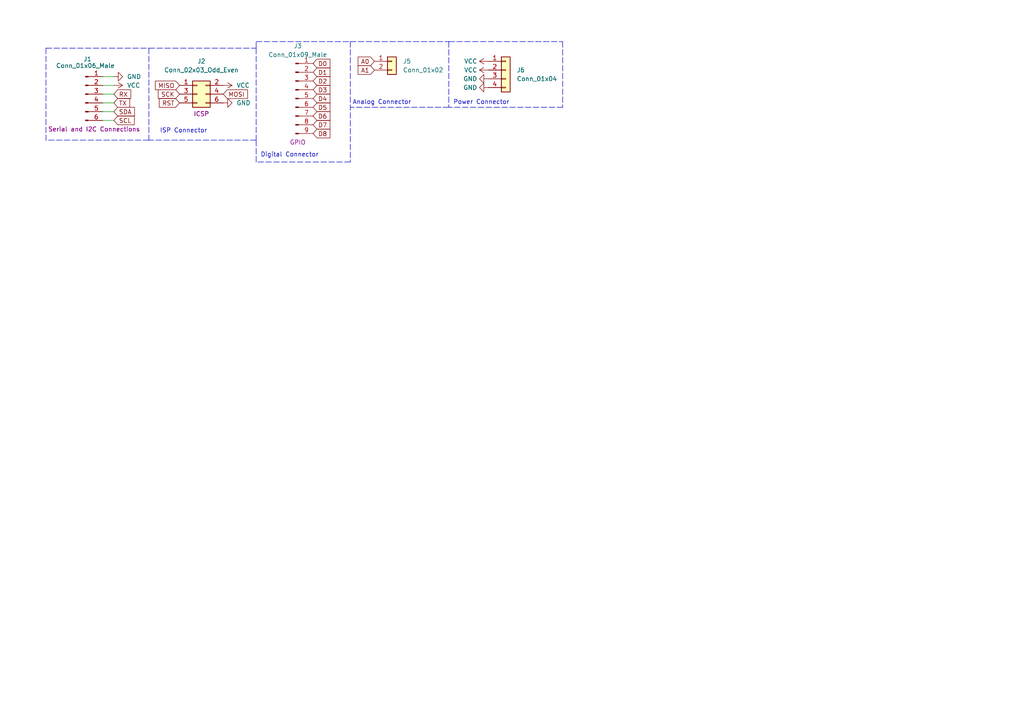
<source format=kicad_sch>
(kicad_sch (version 20211123) (generator eeschema)

  (uuid 4ebd1770-bfae-4fae-bee0-2fb11df230a0)

  (paper "A4")

  (lib_symbols
    (symbol "Connector:Conn_01x06_Male" (pin_names (offset 1.016) hide) (in_bom yes) (on_board yes)
      (property "Reference" "J" (id 0) (at 0 7.62 0)
        (effects (font (size 1.27 1.27)))
      )
      (property "Value" "Conn_01x06_Male" (id 1) (at 0 -10.16 0)
        (effects (font (size 1.27 1.27)))
      )
      (property "Footprint" "" (id 2) (at 0 0 0)
        (effects (font (size 1.27 1.27)) hide)
      )
      (property "Datasheet" "~" (id 3) (at 0 0 0)
        (effects (font (size 1.27 1.27)) hide)
      )
      (property "ki_keywords" "connector" (id 4) (at 0 0 0)
        (effects (font (size 1.27 1.27)) hide)
      )
      (property "ki_description" "Generic connector, single row, 01x06, script generated (kicad-library-utils/schlib/autogen/connector/)" (id 5) (at 0 0 0)
        (effects (font (size 1.27 1.27)) hide)
      )
      (property "ki_fp_filters" "Connector*:*_1x??_*" (id 6) (at 0 0 0)
        (effects (font (size 1.27 1.27)) hide)
      )
      (symbol "Conn_01x06_Male_1_1"
        (polyline
          (pts
            (xy 1.27 -7.62)
            (xy 0.8636 -7.62)
          )
          (stroke (width 0.1524) (type default) (color 0 0 0 0))
          (fill (type none))
        )
        (polyline
          (pts
            (xy 1.27 -5.08)
            (xy 0.8636 -5.08)
          )
          (stroke (width 0.1524) (type default) (color 0 0 0 0))
          (fill (type none))
        )
        (polyline
          (pts
            (xy 1.27 -2.54)
            (xy 0.8636 -2.54)
          )
          (stroke (width 0.1524) (type default) (color 0 0 0 0))
          (fill (type none))
        )
        (polyline
          (pts
            (xy 1.27 0)
            (xy 0.8636 0)
          )
          (stroke (width 0.1524) (type default) (color 0 0 0 0))
          (fill (type none))
        )
        (polyline
          (pts
            (xy 1.27 2.54)
            (xy 0.8636 2.54)
          )
          (stroke (width 0.1524) (type default) (color 0 0 0 0))
          (fill (type none))
        )
        (polyline
          (pts
            (xy 1.27 5.08)
            (xy 0.8636 5.08)
          )
          (stroke (width 0.1524) (type default) (color 0 0 0 0))
          (fill (type none))
        )
        (rectangle (start 0.8636 -7.493) (end 0 -7.747)
          (stroke (width 0.1524) (type default) (color 0 0 0 0))
          (fill (type outline))
        )
        (rectangle (start 0.8636 -4.953) (end 0 -5.207)
          (stroke (width 0.1524) (type default) (color 0 0 0 0))
          (fill (type outline))
        )
        (rectangle (start 0.8636 -2.413) (end 0 -2.667)
          (stroke (width 0.1524) (type default) (color 0 0 0 0))
          (fill (type outline))
        )
        (rectangle (start 0.8636 0.127) (end 0 -0.127)
          (stroke (width 0.1524) (type default) (color 0 0 0 0))
          (fill (type outline))
        )
        (rectangle (start 0.8636 2.667) (end 0 2.413)
          (stroke (width 0.1524) (type default) (color 0 0 0 0))
          (fill (type outline))
        )
        (rectangle (start 0.8636 5.207) (end 0 4.953)
          (stroke (width 0.1524) (type default) (color 0 0 0 0))
          (fill (type outline))
        )
        (pin passive line (at 5.08 5.08 180) (length 3.81)
          (name "Pin_1" (effects (font (size 1.27 1.27))))
          (number "1" (effects (font (size 1.27 1.27))))
        )
        (pin passive line (at 5.08 2.54 180) (length 3.81)
          (name "Pin_2" (effects (font (size 1.27 1.27))))
          (number "2" (effects (font (size 1.27 1.27))))
        )
        (pin passive line (at 5.08 0 180) (length 3.81)
          (name "Pin_3" (effects (font (size 1.27 1.27))))
          (number "3" (effects (font (size 1.27 1.27))))
        )
        (pin passive line (at 5.08 -2.54 180) (length 3.81)
          (name "Pin_4" (effects (font (size 1.27 1.27))))
          (number "4" (effects (font (size 1.27 1.27))))
        )
        (pin passive line (at 5.08 -5.08 180) (length 3.81)
          (name "Pin_5" (effects (font (size 1.27 1.27))))
          (number "5" (effects (font (size 1.27 1.27))))
        )
        (pin passive line (at 5.08 -7.62 180) (length 3.81)
          (name "Pin_6" (effects (font (size 1.27 1.27))))
          (number "6" (effects (font (size 1.27 1.27))))
        )
      )
    )
    (symbol "Connector:Conn_01x09_Male" (pin_names (offset 1.016) hide) (in_bom yes) (on_board yes)
      (property "Reference" "J" (id 0) (at 0 12.7 0)
        (effects (font (size 1.27 1.27)))
      )
      (property "Value" "Conn_01x09_Male" (id 1) (at 0 -12.7 0)
        (effects (font (size 1.27 1.27)))
      )
      (property "Footprint" "" (id 2) (at 0 0 0)
        (effects (font (size 1.27 1.27)) hide)
      )
      (property "Datasheet" "~" (id 3) (at 0 0 0)
        (effects (font (size 1.27 1.27)) hide)
      )
      (property "ki_keywords" "connector" (id 4) (at 0 0 0)
        (effects (font (size 1.27 1.27)) hide)
      )
      (property "ki_description" "Generic connector, single row, 01x09, script generated (kicad-library-utils/schlib/autogen/connector/)" (id 5) (at 0 0 0)
        (effects (font (size 1.27 1.27)) hide)
      )
      (property "ki_fp_filters" "Connector*:*_1x??_*" (id 6) (at 0 0 0)
        (effects (font (size 1.27 1.27)) hide)
      )
      (symbol "Conn_01x09_Male_1_1"
        (polyline
          (pts
            (xy 1.27 -10.16)
            (xy 0.8636 -10.16)
          )
          (stroke (width 0.1524) (type default) (color 0 0 0 0))
          (fill (type none))
        )
        (polyline
          (pts
            (xy 1.27 -7.62)
            (xy 0.8636 -7.62)
          )
          (stroke (width 0.1524) (type default) (color 0 0 0 0))
          (fill (type none))
        )
        (polyline
          (pts
            (xy 1.27 -5.08)
            (xy 0.8636 -5.08)
          )
          (stroke (width 0.1524) (type default) (color 0 0 0 0))
          (fill (type none))
        )
        (polyline
          (pts
            (xy 1.27 -2.54)
            (xy 0.8636 -2.54)
          )
          (stroke (width 0.1524) (type default) (color 0 0 0 0))
          (fill (type none))
        )
        (polyline
          (pts
            (xy 1.27 0)
            (xy 0.8636 0)
          )
          (stroke (width 0.1524) (type default) (color 0 0 0 0))
          (fill (type none))
        )
        (polyline
          (pts
            (xy 1.27 2.54)
            (xy 0.8636 2.54)
          )
          (stroke (width 0.1524) (type default) (color 0 0 0 0))
          (fill (type none))
        )
        (polyline
          (pts
            (xy 1.27 5.08)
            (xy 0.8636 5.08)
          )
          (stroke (width 0.1524) (type default) (color 0 0 0 0))
          (fill (type none))
        )
        (polyline
          (pts
            (xy 1.27 7.62)
            (xy 0.8636 7.62)
          )
          (stroke (width 0.1524) (type default) (color 0 0 0 0))
          (fill (type none))
        )
        (polyline
          (pts
            (xy 1.27 10.16)
            (xy 0.8636 10.16)
          )
          (stroke (width 0.1524) (type default) (color 0 0 0 0))
          (fill (type none))
        )
        (rectangle (start 0.8636 -10.033) (end 0 -10.287)
          (stroke (width 0.1524) (type default) (color 0 0 0 0))
          (fill (type outline))
        )
        (rectangle (start 0.8636 -7.493) (end 0 -7.747)
          (stroke (width 0.1524) (type default) (color 0 0 0 0))
          (fill (type outline))
        )
        (rectangle (start 0.8636 -4.953) (end 0 -5.207)
          (stroke (width 0.1524) (type default) (color 0 0 0 0))
          (fill (type outline))
        )
        (rectangle (start 0.8636 -2.413) (end 0 -2.667)
          (stroke (width 0.1524) (type default) (color 0 0 0 0))
          (fill (type outline))
        )
        (rectangle (start 0.8636 0.127) (end 0 -0.127)
          (stroke (width 0.1524) (type default) (color 0 0 0 0))
          (fill (type outline))
        )
        (rectangle (start 0.8636 2.667) (end 0 2.413)
          (stroke (width 0.1524) (type default) (color 0 0 0 0))
          (fill (type outline))
        )
        (rectangle (start 0.8636 5.207) (end 0 4.953)
          (stroke (width 0.1524) (type default) (color 0 0 0 0))
          (fill (type outline))
        )
        (rectangle (start 0.8636 7.747) (end 0 7.493)
          (stroke (width 0.1524) (type default) (color 0 0 0 0))
          (fill (type outline))
        )
        (rectangle (start 0.8636 10.287) (end 0 10.033)
          (stroke (width 0.1524) (type default) (color 0 0 0 0))
          (fill (type outline))
        )
        (pin passive line (at 5.08 10.16 180) (length 3.81)
          (name "Pin_1" (effects (font (size 1.27 1.27))))
          (number "1" (effects (font (size 1.27 1.27))))
        )
        (pin passive line (at 5.08 7.62 180) (length 3.81)
          (name "Pin_2" (effects (font (size 1.27 1.27))))
          (number "2" (effects (font (size 1.27 1.27))))
        )
        (pin passive line (at 5.08 5.08 180) (length 3.81)
          (name "Pin_3" (effects (font (size 1.27 1.27))))
          (number "3" (effects (font (size 1.27 1.27))))
        )
        (pin passive line (at 5.08 2.54 180) (length 3.81)
          (name "Pin_4" (effects (font (size 1.27 1.27))))
          (number "4" (effects (font (size 1.27 1.27))))
        )
        (pin passive line (at 5.08 0 180) (length 3.81)
          (name "Pin_5" (effects (font (size 1.27 1.27))))
          (number "5" (effects (font (size 1.27 1.27))))
        )
        (pin passive line (at 5.08 -2.54 180) (length 3.81)
          (name "Pin_6" (effects (font (size 1.27 1.27))))
          (number "6" (effects (font (size 1.27 1.27))))
        )
        (pin passive line (at 5.08 -5.08 180) (length 3.81)
          (name "Pin_7" (effects (font (size 1.27 1.27))))
          (number "7" (effects (font (size 1.27 1.27))))
        )
        (pin passive line (at 5.08 -7.62 180) (length 3.81)
          (name "Pin_8" (effects (font (size 1.27 1.27))))
          (number "8" (effects (font (size 1.27 1.27))))
        )
        (pin passive line (at 5.08 -10.16 180) (length 3.81)
          (name "Pin_9" (effects (font (size 1.27 1.27))))
          (number "9" (effects (font (size 1.27 1.27))))
        )
      )
    )
    (symbol "Connector_Generic:Conn_01x02" (pin_names (offset 1.016) hide) (in_bom yes) (on_board yes)
      (property "Reference" "J" (id 0) (at 0 2.54 0)
        (effects (font (size 1.27 1.27)))
      )
      (property "Value" "Conn_01x02" (id 1) (at 0 -5.08 0)
        (effects (font (size 1.27 1.27)))
      )
      (property "Footprint" "" (id 2) (at 0 0 0)
        (effects (font (size 1.27 1.27)) hide)
      )
      (property "Datasheet" "~" (id 3) (at 0 0 0)
        (effects (font (size 1.27 1.27)) hide)
      )
      (property "ki_keywords" "connector" (id 4) (at 0 0 0)
        (effects (font (size 1.27 1.27)) hide)
      )
      (property "ki_description" "Generic connector, single row, 01x02, script generated (kicad-library-utils/schlib/autogen/connector/)" (id 5) (at 0 0 0)
        (effects (font (size 1.27 1.27)) hide)
      )
      (property "ki_fp_filters" "Connector*:*_1x??_*" (id 6) (at 0 0 0)
        (effects (font (size 1.27 1.27)) hide)
      )
      (symbol "Conn_01x02_1_1"
        (rectangle (start -1.27 -2.413) (end 0 -2.667)
          (stroke (width 0.1524) (type default) (color 0 0 0 0))
          (fill (type none))
        )
        (rectangle (start -1.27 0.127) (end 0 -0.127)
          (stroke (width 0.1524) (type default) (color 0 0 0 0))
          (fill (type none))
        )
        (rectangle (start -1.27 1.27) (end 1.27 -3.81)
          (stroke (width 0.254) (type default) (color 0 0 0 0))
          (fill (type background))
        )
        (pin passive line (at -5.08 0 0) (length 3.81)
          (name "Pin_1" (effects (font (size 1.27 1.27))))
          (number "1" (effects (font (size 1.27 1.27))))
        )
        (pin passive line (at -5.08 -2.54 0) (length 3.81)
          (name "Pin_2" (effects (font (size 1.27 1.27))))
          (number "2" (effects (font (size 1.27 1.27))))
        )
      )
    )
    (symbol "Connector_Generic:Conn_01x04" (pin_names (offset 1.016) hide) (in_bom yes) (on_board yes)
      (property "Reference" "J" (id 0) (at 0 5.08 0)
        (effects (font (size 1.27 1.27)))
      )
      (property "Value" "Conn_01x04" (id 1) (at 0 -7.62 0)
        (effects (font (size 1.27 1.27)))
      )
      (property "Footprint" "" (id 2) (at 0 0 0)
        (effects (font (size 1.27 1.27)) hide)
      )
      (property "Datasheet" "~" (id 3) (at 0 0 0)
        (effects (font (size 1.27 1.27)) hide)
      )
      (property "ki_keywords" "connector" (id 4) (at 0 0 0)
        (effects (font (size 1.27 1.27)) hide)
      )
      (property "ki_description" "Generic connector, single row, 01x04, script generated (kicad-library-utils/schlib/autogen/connector/)" (id 5) (at 0 0 0)
        (effects (font (size 1.27 1.27)) hide)
      )
      (property "ki_fp_filters" "Connector*:*_1x??_*" (id 6) (at 0 0 0)
        (effects (font (size 1.27 1.27)) hide)
      )
      (symbol "Conn_01x04_1_1"
        (rectangle (start -1.27 -4.953) (end 0 -5.207)
          (stroke (width 0.1524) (type default) (color 0 0 0 0))
          (fill (type none))
        )
        (rectangle (start -1.27 -2.413) (end 0 -2.667)
          (stroke (width 0.1524) (type default) (color 0 0 0 0))
          (fill (type none))
        )
        (rectangle (start -1.27 0.127) (end 0 -0.127)
          (stroke (width 0.1524) (type default) (color 0 0 0 0))
          (fill (type none))
        )
        (rectangle (start -1.27 2.667) (end 0 2.413)
          (stroke (width 0.1524) (type default) (color 0 0 0 0))
          (fill (type none))
        )
        (rectangle (start -1.27 3.81) (end 1.27 -6.35)
          (stroke (width 0.254) (type default) (color 0 0 0 0))
          (fill (type background))
        )
        (pin passive line (at -5.08 2.54 0) (length 3.81)
          (name "Pin_1" (effects (font (size 1.27 1.27))))
          (number "1" (effects (font (size 1.27 1.27))))
        )
        (pin passive line (at -5.08 0 0) (length 3.81)
          (name "Pin_2" (effects (font (size 1.27 1.27))))
          (number "2" (effects (font (size 1.27 1.27))))
        )
        (pin passive line (at -5.08 -2.54 0) (length 3.81)
          (name "Pin_3" (effects (font (size 1.27 1.27))))
          (number "3" (effects (font (size 1.27 1.27))))
        )
        (pin passive line (at -5.08 -5.08 0) (length 3.81)
          (name "Pin_4" (effects (font (size 1.27 1.27))))
          (number "4" (effects (font (size 1.27 1.27))))
        )
      )
    )
    (symbol "Connector_Generic:Conn_02x03_Odd_Even" (pin_names (offset 1.016) hide) (in_bom yes) (on_board yes)
      (property "Reference" "J" (id 0) (at 1.27 5.08 0)
        (effects (font (size 1.27 1.27)))
      )
      (property "Value" "Conn_02x03_Odd_Even" (id 1) (at 1.27 -5.08 0)
        (effects (font (size 1.27 1.27)))
      )
      (property "Footprint" "" (id 2) (at 0 0 0)
        (effects (font (size 1.27 1.27)) hide)
      )
      (property "Datasheet" "~" (id 3) (at 0 0 0)
        (effects (font (size 1.27 1.27)) hide)
      )
      (property "ki_keywords" "connector" (id 4) (at 0 0 0)
        (effects (font (size 1.27 1.27)) hide)
      )
      (property "ki_description" "Generic connector, double row, 02x03, odd/even pin numbering scheme (row 1 odd numbers, row 2 even numbers), script generated (kicad-library-utils/schlib/autogen/connector/)" (id 5) (at 0 0 0)
        (effects (font (size 1.27 1.27)) hide)
      )
      (property "ki_fp_filters" "Connector*:*_2x??_*" (id 6) (at 0 0 0)
        (effects (font (size 1.27 1.27)) hide)
      )
      (symbol "Conn_02x03_Odd_Even_1_1"
        (rectangle (start -1.27 -2.413) (end 0 -2.667)
          (stroke (width 0.1524) (type default) (color 0 0 0 0))
          (fill (type none))
        )
        (rectangle (start -1.27 0.127) (end 0 -0.127)
          (stroke (width 0.1524) (type default) (color 0 0 0 0))
          (fill (type none))
        )
        (rectangle (start -1.27 2.667) (end 0 2.413)
          (stroke (width 0.1524) (type default) (color 0 0 0 0))
          (fill (type none))
        )
        (rectangle (start -1.27 3.81) (end 3.81 -3.81)
          (stroke (width 0.254) (type default) (color 0 0 0 0))
          (fill (type background))
        )
        (rectangle (start 3.81 -2.413) (end 2.54 -2.667)
          (stroke (width 0.1524) (type default) (color 0 0 0 0))
          (fill (type none))
        )
        (rectangle (start 3.81 0.127) (end 2.54 -0.127)
          (stroke (width 0.1524) (type default) (color 0 0 0 0))
          (fill (type none))
        )
        (rectangle (start 3.81 2.667) (end 2.54 2.413)
          (stroke (width 0.1524) (type default) (color 0 0 0 0))
          (fill (type none))
        )
        (pin passive line (at -5.08 2.54 0) (length 3.81)
          (name "Pin_1" (effects (font (size 1.27 1.27))))
          (number "1" (effects (font (size 1.27 1.27))))
        )
        (pin passive line (at 7.62 2.54 180) (length 3.81)
          (name "Pin_2" (effects (font (size 1.27 1.27))))
          (number "2" (effects (font (size 1.27 1.27))))
        )
        (pin passive line (at -5.08 0 0) (length 3.81)
          (name "Pin_3" (effects (font (size 1.27 1.27))))
          (number "3" (effects (font (size 1.27 1.27))))
        )
        (pin passive line (at 7.62 0 180) (length 3.81)
          (name "Pin_4" (effects (font (size 1.27 1.27))))
          (number "4" (effects (font (size 1.27 1.27))))
        )
        (pin passive line (at -5.08 -2.54 0) (length 3.81)
          (name "Pin_5" (effects (font (size 1.27 1.27))))
          (number "5" (effects (font (size 1.27 1.27))))
        )
        (pin passive line (at 7.62 -2.54 180) (length 3.81)
          (name "Pin_6" (effects (font (size 1.27 1.27))))
          (number "6" (effects (font (size 1.27 1.27))))
        )
      )
    )
    (symbol "power:GND" (power) (pin_names (offset 0)) (in_bom yes) (on_board yes)
      (property "Reference" "#PWR" (id 0) (at 0 -6.35 0)
        (effects (font (size 1.27 1.27)) hide)
      )
      (property "Value" "GND" (id 1) (at 0 -3.81 0)
        (effects (font (size 1.27 1.27)))
      )
      (property "Footprint" "" (id 2) (at 0 0 0)
        (effects (font (size 1.27 1.27)) hide)
      )
      (property "Datasheet" "" (id 3) (at 0 0 0)
        (effects (font (size 1.27 1.27)) hide)
      )
      (property "ki_keywords" "power-flag" (id 4) (at 0 0 0)
        (effects (font (size 1.27 1.27)) hide)
      )
      (property "ki_description" "Power symbol creates a global label with name \"GND\" , ground" (id 5) (at 0 0 0)
        (effects (font (size 1.27 1.27)) hide)
      )
      (symbol "GND_0_1"
        (polyline
          (pts
            (xy 0 0)
            (xy 0 -1.27)
            (xy 1.27 -1.27)
            (xy 0 -2.54)
            (xy -1.27 -1.27)
            (xy 0 -1.27)
          )
          (stroke (width 0) (type default) (color 0 0 0 0))
          (fill (type none))
        )
      )
      (symbol "GND_1_1"
        (pin power_in line (at 0 0 270) (length 0) hide
          (name "GND" (effects (font (size 1.27 1.27))))
          (number "1" (effects (font (size 1.27 1.27))))
        )
      )
    )
    (symbol "power:VCC" (power) (pin_names (offset 0)) (in_bom yes) (on_board yes)
      (property "Reference" "#PWR" (id 0) (at 0 -3.81 0)
        (effects (font (size 1.27 1.27)) hide)
      )
      (property "Value" "VCC" (id 1) (at 0 3.81 0)
        (effects (font (size 1.27 1.27)))
      )
      (property "Footprint" "" (id 2) (at 0 0 0)
        (effects (font (size 1.27 1.27)) hide)
      )
      (property "Datasheet" "" (id 3) (at 0 0 0)
        (effects (font (size 1.27 1.27)) hide)
      )
      (property "ki_keywords" "power-flag" (id 4) (at 0 0 0)
        (effects (font (size 1.27 1.27)) hide)
      )
      (property "ki_description" "Power symbol creates a global label with name \"VCC\"" (id 5) (at 0 0 0)
        (effects (font (size 1.27 1.27)) hide)
      )
      (symbol "VCC_0_1"
        (polyline
          (pts
            (xy -0.762 1.27)
            (xy 0 2.54)
          )
          (stroke (width 0) (type default) (color 0 0 0 0))
          (fill (type none))
        )
        (polyline
          (pts
            (xy 0 0)
            (xy 0 2.54)
          )
          (stroke (width 0) (type default) (color 0 0 0 0))
          (fill (type none))
        )
        (polyline
          (pts
            (xy 0 2.54)
            (xy 0.762 1.27)
          )
          (stroke (width 0) (type default) (color 0 0 0 0))
          (fill (type none))
        )
      )
      (symbol "VCC_1_1"
        (pin power_in line (at 0 0 90) (length 0) hide
          (name "VCC" (effects (font (size 1.27 1.27))))
          (number "1" (effects (font (size 1.27 1.27))))
        )
      )
    )
  )


  (polyline (pts (xy 101.6 46.99) (xy 74.295 46.99))
    (stroke (width 0) (type default) (color 0 0 0 0))
    (uuid 109e9ef2-548d-4c78-985b-6835e5498745)
  )
  (polyline (pts (xy 43.18 13.97) (xy 74.295 13.97))
    (stroke (width 0) (type default) (color 0 0 0 0))
    (uuid 15a39c20-f323-48e4-b935-89f25f59e115)
  )
  (polyline (pts (xy 130.175 12.065) (xy 163.195 12.065))
    (stroke (width 0) (type default) (color 0 0 0 0))
    (uuid 1e0f302d-349e-45bf-9f24-2b1667e1226a)
  )

  (wire (pts (xy 29.845 24.765) (xy 33.02 24.765))
    (stroke (width 0) (type default) (color 0 0 0 0))
    (uuid 2a53ba90-7bc1-4dc8-9f39-72ed62d0fd7a)
  )
  (polyline (pts (xy 74.295 40.64) (xy 43.18 40.64))
    (stroke (width 0) (type default) (color 0 0 0 0))
    (uuid 3c6110b1-6f76-4720-af8a-e2e092a2df5b)
  )
  (polyline (pts (xy 74.295 46.99) (xy 74.295 40.64))
    (stroke (width 0) (type default) (color 0 0 0 0))
    (uuid 423f2921-dd1e-4379-81fd-fb62c819784b)
  )
  (polyline (pts (xy 130.175 31.115) (xy 101.6 31.115))
    (stroke (width 0) (type default) (color 0 0 0 0))
    (uuid 43a7e0ab-7013-43d3-b413-b17f85d9e76d)
  )
  (polyline (pts (xy 130.175 12.065) (xy 130.175 31.115))
    (stroke (width 0) (type default) (color 0 0 0 0))
    (uuid 44fb53ce-203f-4575-ad8f-8d549f17a1f2)
  )
  (polyline (pts (xy 74.295 12.065) (xy 101.6 12.065))
    (stroke (width 0) (type default) (color 0 0 0 0))
    (uuid 6b587438-d362-4126-bb60-47f76ab388d8)
  )

  (wire (pts (xy 29.845 22.225) (xy 33.02 22.225))
    (stroke (width 0) (type default) (color 0 0 0 0))
    (uuid 6cb5b4f2-dc04-494b-bccb-ad1d45c1cde4)
  )
  (polyline (pts (xy 163.195 12.065) (xy 163.195 31.115))
    (stroke (width 0) (type default) (color 0 0 0 0))
    (uuid 7fd94b13-035a-40c4-82c1-83ac039397b6)
  )
  (polyline (pts (xy 163.195 31.115) (xy 129.54 31.115))
    (stroke (width 0) (type default) (color 0 0 0 0))
    (uuid 8407c9e6-5e28-4dc9-85ef-cc857f2552a1)
  )

  (wire (pts (xy 29.845 34.925) (xy 33.02 34.925))
    (stroke (width 0) (type default) (color 0 0 0 0))
    (uuid 8c360d07-c4e4-46df-ba2e-b4be26d03e66)
  )
  (wire (pts (xy 29.845 29.845) (xy 33.02 29.845))
    (stroke (width 0) (type default) (color 0 0 0 0))
    (uuid 8cff1a3f-800c-4957-a23c-9cedbc6d0d00)
  )
  (polyline (pts (xy 101.6 12.065) (xy 101.6 46.99))
    (stroke (width 0) (type default) (color 0 0 0 0))
    (uuid 94cbdc9f-8f85-4944-adb3-d1d7d36a296f)
  )
  (polyline (pts (xy 13.335 13.97) (xy 13.335 40.64))
    (stroke (width 0) (type default) (color 0 0 0 0))
    (uuid 984095b4-5008-4f5c-87df-c5fa8d537969)
  )

  (wire (pts (xy 29.845 27.305) (xy 33.02 27.305))
    (stroke (width 0) (type default) (color 0 0 0 0))
    (uuid a8715e31-4f27-479c-8671-6fd1ea6593aa)
  )
  (polyline (pts (xy 43.18 40.64) (xy 13.335 40.64))
    (stroke (width 0) (type default) (color 0 0 0 0))
    (uuid b1d3dd25-359e-4d9d-a37c-229e950ee82a)
  )
  (polyline (pts (xy 43.18 13.97) (xy 43.18 40.64))
    (stroke (width 0) (type default) (color 0 0 0 0))
    (uuid b8ec05c5-fb04-4219-ad03-0bc289efb5ad)
  )
  (polyline (pts (xy 74.295 13.97) (xy 74.295 40.64))
    (stroke (width 0) (type default) (color 0 0 0 0))
    (uuid bbefa515-36a9-4259-9555-dd1d72b70d89)
  )

  (wire (pts (xy 29.845 32.385) (xy 33.02 32.385))
    (stroke (width 0) (type default) (color 0 0 0 0))
    (uuid ceae0a66-0b78-466c-9016-7a94c172a4f3)
  )
  (polyline (pts (xy 13.335 13.97) (xy 43.18 13.97))
    (stroke (width 0) (type default) (color 0 0 0 0))
    (uuid daff80df-e546-4580-bf21-1c03fc851ad1)
  )
  (polyline (pts (xy 101.6 12.065) (xy 130.175 12.065))
    (stroke (width 0) (type default) (color 0 0 0 0))
    (uuid e2f99bc5-4c08-4ada-95a5-8cfbd067cd05)
  )
  (polyline (pts (xy 74.295 13.97) (xy 74.295 12.065))
    (stroke (width 0) (type default) (color 0 0 0 0))
    (uuid eb5a0cd9-cad5-444a-b902-326df03da99a)
  )

  (text "Analog Connector" (at 102.235 30.48 0)
    (effects (font (size 1.27 1.27)) (justify left bottom))
    (uuid 005e2950-cc28-464c-9091-b19ce4e6e7b3)
  )
  (text "Digital Connector" (at 75.565 45.72 0)
    (effects (font (size 1.27 1.27)) (justify left bottom))
    (uuid 17225c39-6c48-45ac-ba08-869ad638ec0a)
  )
  (text "ISP Connector" (at 46.355 38.735 0)
    (effects (font (size 1.27 1.27)) (justify left bottom))
    (uuid 8678094c-07d9-4fcc-8f56-5dab57084276)
  )
  (text "Power Connector" (at 131.445 30.48 0)
    (effects (font (size 1.27 1.27)) (justify left bottom))
    (uuid b9c9b23a-f781-4c7c-b94c-ed2bd200db04)
  )

  (global_label "RST" (shape input) (at 52.07 29.845 180) (fields_autoplaced)
    (effects (font (size 1.27 1.27)) (justify right))
    (uuid 065ebd60-0e47-4476-99d8-019fbbd9b276)
    (property "Intersheet References" "${INTERSHEET_REFS}" (id 0) (at 46.2098 29.7656 0)
      (effects (font (size 1.27 1.27)) (justify right) hide)
    )
  )
  (global_label "A1" (shape input) (at 108.585 20.32 180) (fields_autoplaced)
    (effects (font (size 1.27 1.27)) (justify right))
    (uuid 081a605f-f21e-4afc-b0d0-e730714e5ee1)
    (property "Intersheet References" "${INTERSHEET_REFS}" (id 0) (at 103.8738 20.2406 0)
      (effects (font (size 1.27 1.27)) (justify right) hide)
    )
  )
  (global_label "SCK" (shape input) (at 52.07 27.305 180) (fields_autoplaced)
    (effects (font (size 1.27 1.27)) (justify right))
    (uuid 142a71a2-ea2f-4e20-bcbf-4d9f2b90f9e3)
    (property "Intersheet References" "${INTERSHEET_REFS}" (id 0) (at 45.9074 27.2256 0)
      (effects (font (size 1.27 1.27)) (justify right) hide)
    )
  )
  (global_label "D2" (shape input) (at 90.805 23.495 0) (fields_autoplaced)
    (effects (font (size 1.27 1.27)) (justify left))
    (uuid 2f3b8600-a3b2-4231-88a3-d304a7291d86)
    (property "Intersheet References" "${INTERSHEET_REFS}" (id 0) (at 95.6976 23.4156 0)
      (effects (font (size 1.27 1.27)) (justify left) hide)
    )
  )
  (global_label "MISO" (shape input) (at 52.07 24.765 180) (fields_autoplaced)
    (effects (font (size 1.27 1.27)) (justify right))
    (uuid 3911aa24-fe60-4bc4-a4b2-4e697f9aa4f9)
    (property "Intersheet References" "${INTERSHEET_REFS}" (id 0) (at 45.0607 24.6856 0)
      (effects (font (size 1.27 1.27)) (justify right) hide)
    )
  )
  (global_label "RX" (shape input) (at 33.02 27.305 0) (fields_autoplaced)
    (effects (font (size 1.27 1.27)) (justify left))
    (uuid 458bed46-ad19-48fc-be5c-25cc4303fab3)
    (property "Intersheet References" "${INTERSHEET_REFS}" (id 0) (at 37.9126 27.2256 0)
      (effects (font (size 1.27 1.27)) (justify left) hide)
    )
  )
  (global_label "D3" (shape input) (at 90.805 26.035 0) (fields_autoplaced)
    (effects (font (size 1.27 1.27)) (justify left))
    (uuid 483360bf-13e1-4448-9cc8-3720cbe9c133)
    (property "Intersheet References" "${INTERSHEET_REFS}" (id 0) (at 95.6976 25.9556 0)
      (effects (font (size 1.27 1.27)) (justify left) hide)
    )
  )
  (global_label "D6" (shape input) (at 90.805 33.655 0) (fields_autoplaced)
    (effects (font (size 1.27 1.27)) (justify left))
    (uuid 48d55a3b-90b5-4407-939c-cd9aa6518eb7)
    (property "Intersheet References" "${INTERSHEET_REFS}" (id 0) (at 95.6976 33.5756 0)
      (effects (font (size 1.27 1.27)) (justify left) hide)
    )
  )
  (global_label "D1" (shape input) (at 90.805 20.955 0) (fields_autoplaced)
    (effects (font (size 1.27 1.27)) (justify left))
    (uuid 52f17020-3d7f-4b67-8ede-144316764038)
    (property "Intersheet References" "${INTERSHEET_REFS}" (id 0) (at 95.6976 20.8756 0)
      (effects (font (size 1.27 1.27)) (justify left) hide)
    )
  )
  (global_label "TX" (shape input) (at 33.02 29.845 0) (fields_autoplaced)
    (effects (font (size 1.27 1.27)) (justify left))
    (uuid 53923255-f216-40d9-8ee3-f4180a2f4d8d)
    (property "Intersheet References" "${INTERSHEET_REFS}" (id 0) (at 37.6102 29.7656 0)
      (effects (font (size 1.27 1.27)) (justify left) hide)
    )
  )
  (global_label "D8" (shape input) (at 90.805 38.735 0) (fields_autoplaced)
    (effects (font (size 1.27 1.27)) (justify left))
    (uuid 55c38841-affa-4e4c-8cd2-3a5cb9ee107f)
    (property "Intersheet References" "${INTERSHEET_REFS}" (id 0) (at 95.6976 38.6556 0)
      (effects (font (size 1.27 1.27)) (justify left) hide)
    )
  )
  (global_label "D7" (shape input) (at 90.805 36.195 0) (fields_autoplaced)
    (effects (font (size 1.27 1.27)) (justify left))
    (uuid 948a3bed-f147-429a-9958-22576230b3d5)
    (property "Intersheet References" "${INTERSHEET_REFS}" (id 0) (at 95.6976 36.1156 0)
      (effects (font (size 1.27 1.27)) (justify left) hide)
    )
  )
  (global_label "D5" (shape input) (at 90.805 31.115 0) (fields_autoplaced)
    (effects (font (size 1.27 1.27)) (justify left))
    (uuid b0f7c52c-4937-49c2-8e62-79df464e48fe)
    (property "Intersheet References" "${INTERSHEET_REFS}" (id 0) (at 95.6976 31.0356 0)
      (effects (font (size 1.27 1.27)) (justify left) hide)
    )
  )
  (global_label "MOSI" (shape input) (at 64.77 27.305 0) (fields_autoplaced)
    (effects (font (size 1.27 1.27)) (justify left))
    (uuid bde1ecc2-5b71-45b1-b196-64d47273f30d)
    (property "Intersheet References" "${INTERSHEET_REFS}" (id 0) (at 71.7793 27.2256 0)
      (effects (font (size 1.27 1.27)) (justify left) hide)
    )
  )
  (global_label "A0" (shape input) (at 108.585 17.78 180) (fields_autoplaced)
    (effects (font (size 1.27 1.27)) (justify right))
    (uuid bea2e9c8-e798-417d-8341-9f69274905d5)
    (property "Intersheet References" "${INTERSHEET_REFS}" (id 0) (at 103.8738 17.7006 0)
      (effects (font (size 1.27 1.27)) (justify right) hide)
    )
  )
  (global_label "D0" (shape input) (at 90.805 18.415 0) (fields_autoplaced)
    (effects (font (size 1.27 1.27)) (justify left))
    (uuid c9035837-e463-4dce-b534-43cf413327e3)
    (property "Intersheet References" "${INTERSHEET_REFS}" (id 0) (at 95.6976 18.3356 0)
      (effects (font (size 1.27 1.27)) (justify left) hide)
    )
  )
  (global_label "D4" (shape input) (at 90.805 28.575 0) (fields_autoplaced)
    (effects (font (size 1.27 1.27)) (justify left))
    (uuid dc41e3d8-aa7c-4376-9408-0e35eed6fc00)
    (property "Intersheet References" "${INTERSHEET_REFS}" (id 0) (at 95.6976 28.4956 0)
      (effects (font (size 1.27 1.27)) (justify left) hide)
    )
  )
  (global_label "SDA" (shape input) (at 33.02 32.385 0) (fields_autoplaced)
    (effects (font (size 1.27 1.27)) (justify left))
    (uuid f39c4eb4-9675-4558-ae63-4dc54f24eb57)
    (property "Intersheet References" "${INTERSHEET_REFS}" (id 0) (at 39.0012 32.3056 0)
      (effects (font (size 1.27 1.27)) (justify left) hide)
    )
  )
  (global_label "SCL" (shape input) (at 33.02 34.925 0) (fields_autoplaced)
    (effects (font (size 1.27 1.27)) (justify left))
    (uuid fcb08e14-3ed3-408b-ad5b-d8242c064448)
    (property "Intersheet References" "${INTERSHEET_REFS}" (id 0) (at 38.9407 34.8456 0)
      (effects (font (size 1.27 1.27)) (justify left) hide)
    )
  )

  (symbol (lib_id "power:GND") (at 141.605 22.86 270) (unit 1)
    (in_bom yes) (on_board yes) (fields_autoplaced)
    (uuid 102d7b45-0b0a-451b-bbcc-4868be961a28)
    (property "Reference" "#PWR0127" (id 0) (at 135.255 22.86 0)
      (effects (font (size 1.27 1.27)) hide)
    )
    (property "Value" "GND" (id 1) (at 138.43 22.8599 90)
      (effects (font (size 1.27 1.27)) (justify right))
    )
    (property "Footprint" "" (id 2) (at 141.605 22.86 0)
      (effects (font (size 1.27 1.27)) hide)
    )
    (property "Datasheet" "" (id 3) (at 141.605 22.86 0)
      (effects (font (size 1.27 1.27)) hide)
    )
    (pin "1" (uuid 91268d48-94c0-4378-bbab-8169f2948c37))
  )

  (symbol (lib_id "power:VCC") (at 141.605 17.78 90) (unit 1)
    (in_bom yes) (on_board yes) (fields_autoplaced)
    (uuid 16a2a0ed-6646-4547-adf0-218423db891c)
    (property "Reference" "#PWR0125" (id 0) (at 145.415 17.78 0)
      (effects (font (size 1.27 1.27)) hide)
    )
    (property "Value" "VCC" (id 1) (at 138.43 17.7799 90)
      (effects (font (size 1.27 1.27)) (justify left))
    )
    (property "Footprint" "" (id 2) (at 141.605 17.78 0)
      (effects (font (size 1.27 1.27)) hide)
    )
    (property "Datasheet" "" (id 3) (at 141.605 17.78 0)
      (effects (font (size 1.27 1.27)) hide)
    )
    (pin "1" (uuid 132b14d3-4cf9-47bc-98fc-233039fb9f40))
  )

  (symbol (lib_id "power:VCC") (at 141.605 20.32 90) (unit 1)
    (in_bom yes) (on_board yes) (fields_autoplaced)
    (uuid 1d26e7a9-c435-4308-837a-5cb0baf048a9)
    (property "Reference" "#PWR0126" (id 0) (at 145.415 20.32 0)
      (effects (font (size 1.27 1.27)) hide)
    )
    (property "Value" "VCC" (id 1) (at 138.43 20.3199 90)
      (effects (font (size 1.27 1.27)) (justify left))
    )
    (property "Footprint" "" (id 2) (at 141.605 20.32 0)
      (effects (font (size 1.27 1.27)) hide)
    )
    (property "Datasheet" "" (id 3) (at 141.605 20.32 0)
      (effects (font (size 1.27 1.27)) hide)
    )
    (pin "1" (uuid 04376149-7a73-4140-b29f-958258e7dc51))
  )

  (symbol (lib_id "power:GND") (at 64.77 29.845 90) (unit 1)
    (in_bom yes) (on_board yes) (fields_autoplaced)
    (uuid 2be591f6-3355-4aa4-8b2f-7ee680e22868)
    (property "Reference" "#PWR0124" (id 0) (at 71.12 29.845 0)
      (effects (font (size 1.27 1.27)) hide)
    )
    (property "Value" "GND" (id 1) (at 68.58 29.8449 90)
      (effects (font (size 1.27 1.27)) (justify right))
    )
    (property "Footprint" "" (id 2) (at 64.77 29.845 0)
      (effects (font (size 1.27 1.27)) hide)
    )
    (property "Datasheet" "" (id 3) (at 64.77 29.845 0)
      (effects (font (size 1.27 1.27)) hide)
    )
    (pin "1" (uuid 893a1c16-43a9-42f4-a549-6b983e4a1876))
  )

  (symbol (lib_id "Connector_Generic:Conn_01x04") (at 146.685 20.32 0) (unit 1)
    (in_bom yes) (on_board yes) (fields_autoplaced)
    (uuid 2eb07fb7-89fc-4c69-b012-04e903e97fbe)
    (property "Reference" "J6" (id 0) (at 149.86 20.3199 0)
      (effects (font (size 1.27 1.27)) (justify left))
    )
    (property "Value" "Conn_01x04" (id 1) (at 149.86 22.8599 0)
      (effects (font (size 1.27 1.27)) (justify left))
    )
    (property "Footprint" "Connector_PinHeader_2.54mm:PinHeader_1x04_P2.54mm_Vertical" (id 2) (at 146.685 20.32 0)
      (effects (font (size 1.27 1.27)) hide)
    )
    (property "Datasheet" "~" (id 3) (at 146.685 20.32 0)
      (effects (font (size 1.27 1.27)) hide)
    )
    (pin "1" (uuid cae7d0ee-88d5-442e-8ee9-636607dd1c01))
    (pin "2" (uuid 465aea4b-32e8-475f-b8fb-8fa96502c8b7))
    (pin "3" (uuid b74017e6-cfff-4d62-9d39-a5f78cc3dd21))
    (pin "4" (uuid 40cd008d-d159-4681-80b3-5aec21d01045))
  )

  (symbol (lib_id "power:VCC") (at 33.02 24.765 270) (unit 1)
    (in_bom yes) (on_board yes) (fields_autoplaced)
    (uuid 428d1410-c0f3-495b-b734-74ee3a71c2e5)
    (property "Reference" "#PWR0122" (id 0) (at 29.21 24.765 0)
      (effects (font (size 1.27 1.27)) hide)
    )
    (property "Value" "VCC" (id 1) (at 36.83 24.7649 90)
      (effects (font (size 1.27 1.27)) (justify left))
    )
    (property "Footprint" "" (id 2) (at 33.02 24.765 0)
      (effects (font (size 1.27 1.27)) hide)
    )
    (property "Datasheet" "" (id 3) (at 33.02 24.765 0)
      (effects (font (size 1.27 1.27)) hide)
    )
    (pin "1" (uuid cbe5680d-1544-4e69-808e-bdde98b3db7d))
  )

  (symbol (lib_id "Connector_Generic:Conn_02x03_Odd_Even") (at 57.15 27.305 0) (unit 1)
    (in_bom yes) (on_board yes)
    (uuid 5139a20f-b38d-42fe-bc49-ad65d183d675)
    (property "Reference" "J2" (id 0) (at 58.42 17.78 0))
    (property "Value" "Conn_02x03_Odd_Even" (id 1) (at 58.42 20.32 0))
    (property "Footprint" "Connector_PinHeader_2.54mm:PinHeader_2x03_P2.54mm_Vertical" (id 2) (at 57.15 27.305 0)
      (effects (font (size 1.27 1.27)) hide)
    )
    (property "Datasheet" "~" (id 3) (at 57.15 27.305 0)
      (effects (font (size 1.27 1.27)) hide)
    )
    (property "Purpose" "ICSP" (id 4) (at 58.42 33.02 0))
    (pin "1" (uuid d80ba4a1-971a-4741-b00d-c43871e89eaf))
    (pin "2" (uuid b02c1614-6489-4765-9789-e1bdcf1667c1))
    (pin "3" (uuid 2acd73e0-f644-4ff4-8aa9-d080a1ddd281))
    (pin "4" (uuid 73caca40-34c1-4297-88b0-60255d8010d4))
    (pin "5" (uuid dc10ad29-7c99-4a15-9f66-9e17e6c2b0bb))
    (pin "6" (uuid be4b9d5f-6ebb-4f1d-b081-c8c3d5c627c4))
  )

  (symbol (lib_id "power:GND") (at 33.02 22.225 90) (unit 1)
    (in_bom yes) (on_board yes) (fields_autoplaced)
    (uuid 6949e34f-0473-47e2-bc5d-239cf1a15104)
    (property "Reference" "#PWR0121" (id 0) (at 39.37 22.225 0)
      (effects (font (size 1.27 1.27)) hide)
    )
    (property "Value" "GND" (id 1) (at 36.83 22.2249 90)
      (effects (font (size 1.27 1.27)) (justify right))
    )
    (property "Footprint" "" (id 2) (at 33.02 22.225 0)
      (effects (font (size 1.27 1.27)) hide)
    )
    (property "Datasheet" "" (id 3) (at 33.02 22.225 0)
      (effects (font (size 1.27 1.27)) hide)
    )
    (pin "1" (uuid 10070b2f-53b2-4144-ba67-8fa50d6a02bb))
  )

  (symbol (lib_id "Connector:Conn_01x06_Male") (at 24.765 27.305 0) (unit 1)
    (in_bom yes) (on_board yes)
    (uuid 75210df9-5f55-4095-b3c8-202f081abdb1)
    (property "Reference" "J1" (id 0) (at 25.4 17.145 0))
    (property "Value" "Conn_01x06_Male" (id 1) (at 24.765 19.05 0))
    (property "Footprint" "Connector_PinHeader_2.54mm:PinHeader_1x06_P2.54mm_Vertical" (id 2) (at 24.765 27.305 0)
      (effects (font (size 1.27 1.27)) hide)
    )
    (property "Datasheet" "~" (id 3) (at 24.765 27.305 0)
      (effects (font (size 1.27 1.27)) hide)
    )
    (property "Purpose" "Serial and I2C Connections" (id 4) (at 27.305 37.465 0))
    (pin "1" (uuid 44ff7809-36d5-496b-b1c4-226ef10ee631))
    (pin "2" (uuid e4681875-78c2-42c1-9782-fc008c02be53))
    (pin "3" (uuid da365519-230b-47a6-bf13-a0bfc23e88b7))
    (pin "4" (uuid aa1d2368-2205-45ff-a940-a1688e00a0ae))
    (pin "5" (uuid 859c6ad3-652c-49ff-a537-7274deb8a0d9))
    (pin "6" (uuid 6d2e20df-3ff3-41ec-bacc-fc731ec78d0a))
  )

  (symbol (lib_id "Connector:Conn_01x09_Male") (at 85.725 28.575 0) (unit 1)
    (in_bom yes) (on_board yes)
    (uuid 9c6405e6-c51f-418a-a41b-6fb96cd11ac1)
    (property "Reference" "J3" (id 0) (at 86.36 13.335 0))
    (property "Value" "Conn_01x09_Male" (id 1) (at 86.36 15.875 0))
    (property "Footprint" "Connector_PinHeader_2.54mm:PinHeader_1x09_P2.54mm_Vertical" (id 2) (at 85.725 28.575 0)
      (effects (font (size 1.27 1.27)) hide)
    )
    (property "Datasheet" "~" (id 3) (at 85.725 28.575 0)
      (effects (font (size 1.27 1.27)) hide)
    )
    (property "Purpose" "GPIO" (id 4) (at 86.36 41.275 0))
    (pin "1" (uuid 577c9baf-20b3-4ea9-aec9-3a5d4c386dc3))
    (pin "2" (uuid e2e2b419-275b-4b91-b361-f764aa850baa))
    (pin "3" (uuid 46f015b6-0502-4680-a8e0-e0d40ac1551f))
    (pin "4" (uuid 5f97dc13-9929-483f-8119-d5970e13baac))
    (pin "5" (uuid a10d0b9e-13bb-4ad1-80e5-c69a68d3512a))
    (pin "6" (uuid f7f81f68-8916-47c3-92bf-6280a954074c))
    (pin "7" (uuid 4a253d0d-05bf-4136-a569-9bda9042941c))
    (pin "8" (uuid b8a51643-8fe0-479e-bb74-b24c3d58d19c))
    (pin "9" (uuid c26284ff-6145-4b73-8d80-eca89af49b73))
  )

  (symbol (lib_id "power:VCC") (at 64.77 24.765 270) (unit 1)
    (in_bom yes) (on_board yes) (fields_autoplaced)
    (uuid a3db4ba3-aa39-43bf-a701-85e806533725)
    (property "Reference" "#PWR0123" (id 0) (at 60.96 24.765 0)
      (effects (font (size 1.27 1.27)) hide)
    )
    (property "Value" "VCC" (id 1) (at 68.58 24.7649 90)
      (effects (font (size 1.27 1.27)) (justify left))
    )
    (property "Footprint" "" (id 2) (at 64.77 24.765 0)
      (effects (font (size 1.27 1.27)) hide)
    )
    (property "Datasheet" "" (id 3) (at 64.77 24.765 0)
      (effects (font (size 1.27 1.27)) hide)
    )
    (pin "1" (uuid 07453641-3ab0-4b37-8636-b7b0c190bb8f))
  )

  (symbol (lib_id "Connector_Generic:Conn_01x02") (at 113.665 17.78 0) (unit 1)
    (in_bom yes) (on_board yes) (fields_autoplaced)
    (uuid c64ae012-a83c-463b-a5f1-61b5407afdbc)
    (property "Reference" "J5" (id 0) (at 116.84 17.7799 0)
      (effects (font (size 1.27 1.27)) (justify left))
    )
    (property "Value" "Conn_01x02" (id 1) (at 116.84 20.3199 0)
      (effects (font (size 1.27 1.27)) (justify left))
    )
    (property "Footprint" "Connector_PinHeader_2.54mm:PinHeader_1x02_P2.54mm_Vertical" (id 2) (at 113.665 17.78 0)
      (effects (font (size 1.27 1.27)) hide)
    )
    (property "Datasheet" "~" (id 3) (at 113.665 17.78 0)
      (effects (font (size 1.27 1.27)) hide)
    )
    (pin "1" (uuid 1ba516a6-8ac6-4fc3-bfe0-d3ca6e369947))
    (pin "2" (uuid 98f37548-2d59-486c-baf8-553ede277b3f))
  )

  (symbol (lib_id "power:GND") (at 141.605 25.4 270) (unit 1)
    (in_bom yes) (on_board yes) (fields_autoplaced)
    (uuid ce52a3a8-6cdc-4ee4-8625-c47a1ea70c29)
    (property "Reference" "#PWR0128" (id 0) (at 135.255 25.4 0)
      (effects (font (size 1.27 1.27)) hide)
    )
    (property "Value" "GND" (id 1) (at 138.43 25.3999 90)
      (effects (font (size 1.27 1.27)) (justify right))
    )
    (property "Footprint" "" (id 2) (at 141.605 25.4 0)
      (effects (font (size 1.27 1.27)) hide)
    )
    (property "Datasheet" "" (id 3) (at 141.605 25.4 0)
      (effects (font (size 1.27 1.27)) hide)
    )
    (pin "1" (uuid 1d913b77-befd-4c5b-8553-8d63749579bf))
  )
)

</source>
